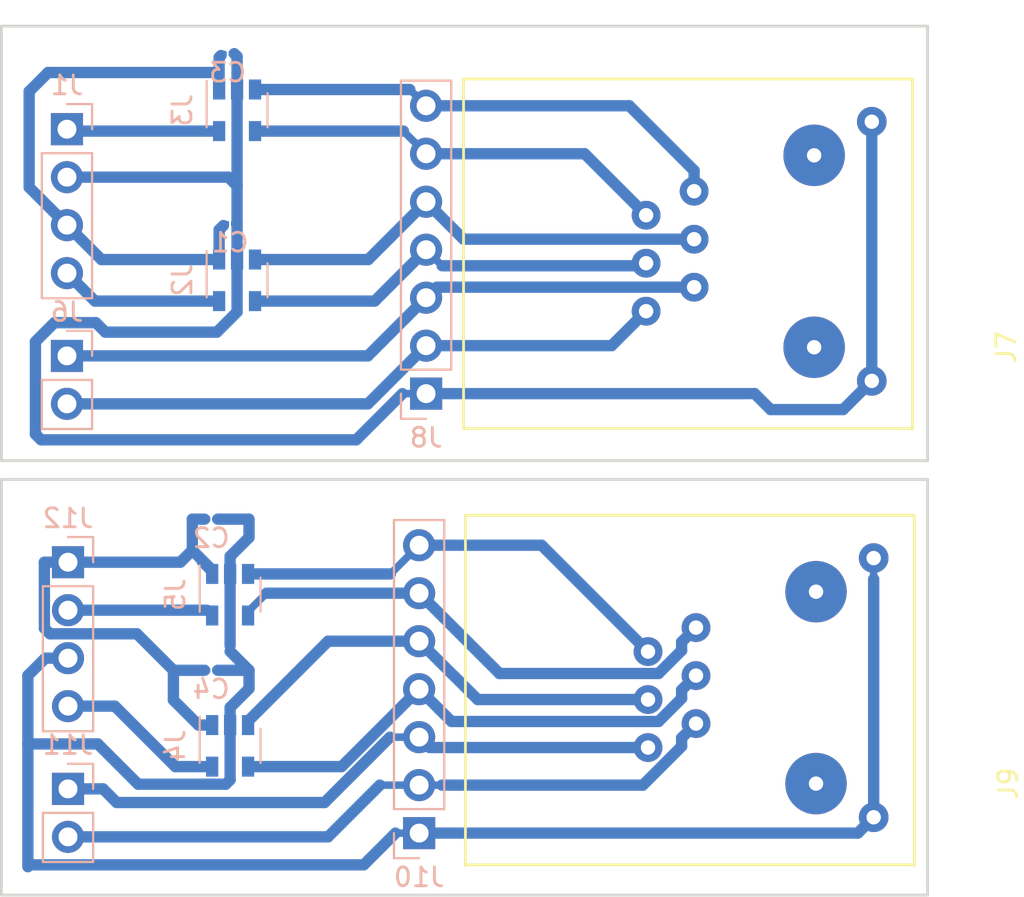
<source format=kicad_pcb>
(kicad_pcb (version 20171130) (host pcbnew 5.0.2-bee76a0~70~ubuntu18.04.1)

  (general
    (thickness 1.6)
    (drawings 9)
    (tracks 154)
    (zones 0)
    (modules 16)
    (nets 13)
  )

  (page A4)
  (layers
    (0 F.Cu signal)
    (31 B.Cu signal)
    (32 B.Adhes user)
    (33 F.Adhes user)
    (34 B.Paste user)
    (35 F.Paste user)
    (36 B.SilkS user)
    (37 F.SilkS user)
    (38 B.Mask user)
    (39 F.Mask user)
    (40 Dwgs.User user)
    (41 Cmts.User user)
    (42 Eco1.User user)
    (43 Eco2.User user)
    (44 Edge.Cuts user)
    (45 Margin user)
    (46 B.CrtYd user)
    (47 F.CrtYd user)
    (48 B.Fab user)
    (49 F.Fab user)
  )

  (setup
    (last_trace_width 0.4)
    (trace_clearance 0.2)
    (zone_clearance 0.508)
    (zone_45_only no)
    (trace_min 0.2)
    (segment_width 0.2)
    (edge_width 0.15)
    (via_size 0.8)
    (via_drill 0.4)
    (via_min_size 0.4)
    (via_min_drill 0.3)
    (uvia_size 0.3)
    (uvia_drill 0.1)
    (uvias_allowed no)
    (uvia_min_size 0.2)
    (uvia_min_drill 0.1)
    (pcb_text_width 0.3)
    (pcb_text_size 1.5 1.5)
    (mod_edge_width 0.15)
    (mod_text_size 1 1)
    (mod_text_width 0.15)
    (pad_size 1.57 1.57)
    (pad_drill 0.762)
    (pad_to_mask_clearance 0.051)
    (solder_mask_min_width 0.25)
    (aux_axis_origin 0 0)
    (visible_elements FFFFFF7F)
    (pcbplotparams
      (layerselection 0x01000_ffffffff)
      (usegerberextensions false)
      (usegerberattributes false)
      (usegerberadvancedattributes false)
      (creategerberjobfile false)
      (excludeedgelayer true)
      (linewidth 0.100000)
      (plotframeref false)
      (viasonmask false)
      (mode 1)
      (useauxorigin false)
      (hpglpennumber 1)
      (hpglpenspeed 20)
      (hpglpendiameter 15.000000)
      (psnegative false)
      (psa4output false)
      (plotreference true)
      (plotvalue true)
      (plotinvisibletext false)
      (padsonsilk false)
      (subtractmaskfromsilk false)
      (outputformat 1)
      (mirror false)
      (drillshape 0)
      (scaleselection 1)
      (outputdirectory "grb"))
  )

  (net 0 "")
  (net 1 GND)
  (net 2 +3V3)
  (net 3 RX_1)
  (net 4 TX_0)
  (net 5 RX_0)
  (net 6 TX_1)
  (net 7 Z0)
  (net 8 Y0)
  (net 9 Z1)
  (net 10 Y1)
  (net 11 IO_1)
  (net 12 IO_0)

  (net_class Default "This is the default net class."
    (clearance 0.2)
    (trace_width 0.4)
    (via_dia 0.8)
    (via_drill 0.4)
    (uvia_dia 0.3)
    (uvia_drill 0.1)
    (add_net +3V3)
    (add_net GND)
    (add_net IO_0)
    (add_net IO_1)
    (add_net RX_0)
    (add_net RX_1)
    (add_net TX_0)
    (add_net TX_1)
    (add_net Y0)
    (add_net Y1)
    (add_net Z0)
    (add_net Z1)
  )

  (module Package_TO_SOT_SMD:SOT-23-5 (layer B.Cu) (tedit 5A02FF57) (tstamp 5D66FDAB)
    (at 12.468124 4.456094 270)
    (descr "5-pin SOT23 package")
    (tags SOT-23-5)
    (path /5D5AB8A4)
    (attr smd)
    (fp_text reference J3 (at 0 2.9 270) (layer B.SilkS)
      (effects (font (size 1 1) (thickness 0.15)) (justify mirror))
    )
    (fp_text value LVDS_RECEIVER (at 0 -2.9 270) (layer B.Fab)
      (effects (font (size 1 1) (thickness 0.15)) (justify mirror))
    )
    (fp_line (start 0.9 1.55) (end 0.9 -1.55) (layer B.Fab) (width 0.1))
    (fp_line (start 0.9 -1.55) (end -0.9 -1.55) (layer B.Fab) (width 0.1))
    (fp_line (start -0.9 0.9) (end -0.9 -1.55) (layer B.Fab) (width 0.1))
    (fp_line (start 0.9 1.55) (end -0.25 1.55) (layer B.Fab) (width 0.1))
    (fp_line (start -0.9 0.9) (end -0.25 1.55) (layer B.Fab) (width 0.1))
    (fp_line (start -1.9 -1.8) (end -1.9 1.8) (layer B.CrtYd) (width 0.05))
    (fp_line (start 1.9 -1.8) (end -1.9 -1.8) (layer B.CrtYd) (width 0.05))
    (fp_line (start 1.9 1.8) (end 1.9 -1.8) (layer B.CrtYd) (width 0.05))
    (fp_line (start -1.9 1.8) (end 1.9 1.8) (layer B.CrtYd) (width 0.05))
    (fp_line (start 0.9 1.61) (end -1.55 1.61) (layer B.SilkS) (width 0.12))
    (fp_line (start -0.9 -1.61) (end 0.9 -1.61) (layer B.SilkS) (width 0.12))
    (fp_text user %R (at 0 0 180) (layer B.Fab)
      (effects (font (size 0.5 0.5) (thickness 0.075)) (justify mirror))
    )
    (pad 5 smd rect (at 1.1 0.95 270) (size 1.06 0.65) (layers B.Cu B.Paste B.Mask)
      (net 3 RX_1))
    (pad 4 smd rect (at 1.1 -0.95 270) (size 1.06 0.65) (layers B.Cu B.Paste B.Mask)
      (net 9 Z1))
    (pad 3 smd rect (at -1.1 -0.95 270) (size 1.06 0.65) (layers B.Cu B.Paste B.Mask)
      (net 10 Y1))
    (pad 2 smd rect (at -1.1 0 270) (size 1.06 0.65) (layers B.Cu B.Paste B.Mask)
      (net 1 GND))
    (pad 1 smd rect (at -1.1 0.95 270) (size 1.06 0.65) (layers B.Cu B.Paste B.Mask)
      (net 2 +3V3))
    (model ${KISYS3DMOD}/Package_TO_SOT_SMD.3dshapes/SOT-23-5.wrl
      (at (xyz 0 0 0))
      (scale (xyz 1 1 1))
      (rotate (xyz 0 0 0))
    )
  )

  (module Package_TO_SOT_SMD:SOT-23-5 (layer B.Cu) (tedit 5A02FF57) (tstamp 5D66FD96)
    (at 12.468124 13.456094 270)
    (descr "5-pin SOT23 package")
    (tags SOT-23-5)
    (path /5D5AB361)
    (attr smd)
    (fp_text reference J2 (at 0 2.9 270) (layer B.SilkS)
      (effects (font (size 1 1) (thickness 0.15)) (justify mirror))
    )
    (fp_text value LVDS_TRANSMITTER (at 0 -2.9 270) (layer B.Fab)
      (effects (font (size 1 1) (thickness 0.15)) (justify mirror))
    )
    (fp_text user %R (at 0 0 180) (layer B.Fab)
      (effects (font (size 0.5 0.5) (thickness 0.075)) (justify mirror))
    )
    (fp_line (start -0.9 -1.61) (end 0.9 -1.61) (layer B.SilkS) (width 0.12))
    (fp_line (start 0.9 1.61) (end -1.55 1.61) (layer B.SilkS) (width 0.12))
    (fp_line (start -1.9 1.8) (end 1.9 1.8) (layer B.CrtYd) (width 0.05))
    (fp_line (start 1.9 1.8) (end 1.9 -1.8) (layer B.CrtYd) (width 0.05))
    (fp_line (start 1.9 -1.8) (end -1.9 -1.8) (layer B.CrtYd) (width 0.05))
    (fp_line (start -1.9 -1.8) (end -1.9 1.8) (layer B.CrtYd) (width 0.05))
    (fp_line (start -0.9 0.9) (end -0.25 1.55) (layer B.Fab) (width 0.1))
    (fp_line (start 0.9 1.55) (end -0.25 1.55) (layer B.Fab) (width 0.1))
    (fp_line (start -0.9 0.9) (end -0.9 -1.55) (layer B.Fab) (width 0.1))
    (fp_line (start 0.9 -1.55) (end -0.9 -1.55) (layer B.Fab) (width 0.1))
    (fp_line (start 0.9 1.55) (end 0.9 -1.55) (layer B.Fab) (width 0.1))
    (pad 1 smd rect (at -1.1 0.95 270) (size 1.06 0.65) (layers B.Cu B.Paste B.Mask)
      (net 2 +3V3))
    (pad 2 smd rect (at -1.1 0 270) (size 1.06 0.65) (layers B.Cu B.Paste B.Mask)
      (net 1 GND))
    (pad 3 smd rect (at -1.1 -0.95 270) (size 1.06 0.65) (layers B.Cu B.Paste B.Mask)
      (net 7 Z0))
    (pad 4 smd rect (at 1.1 -0.95 270) (size 1.06 0.65) (layers B.Cu B.Paste B.Mask)
      (net 8 Y0))
    (pad 5 smd rect (at 1.1 0.95 270) (size 1.06 0.65) (layers B.Cu B.Paste B.Mask)
      (net 4 TX_0))
    (model ${KISYS3DMOD}/Package_TO_SOT_SMD.3dshapes/SOT-23-5.wrl
      (at (xyz 0 0 0))
      (scale (xyz 1 1 1))
      (rotate (xyz 0 0 0))
    )
  )

  (module Connector_PinHeader_2.54mm:PinHeader_1x04_P2.54mm_Vertical (layer B.Cu) (tedit 59FED5CC) (tstamp 5D66FD81)
    (at 3.468124 5.456094 180)
    (descr "Through hole straight pin header, 1x04, 2.54mm pitch, single row")
    (tags "Through hole pin header THT 1x04 2.54mm single row")
    (path /5D5ABB9B)
    (fp_text reference J1 (at 0 2.33 180) (layer B.SilkS)
      (effects (font (size 1 1) (thickness 0.15)) (justify mirror))
    )
    (fp_text value FPGA_0 (at 0 -9.95 180) (layer B.Fab)
      (effects (font (size 1 1) (thickness 0.15)) (justify mirror))
    )
    (fp_line (start -0.635 1.27) (end 1.27 1.27) (layer B.Fab) (width 0.1))
    (fp_line (start 1.27 1.27) (end 1.27 -8.89) (layer B.Fab) (width 0.1))
    (fp_line (start 1.27 -8.89) (end -1.27 -8.89) (layer B.Fab) (width 0.1))
    (fp_line (start -1.27 -8.89) (end -1.27 0.635) (layer B.Fab) (width 0.1))
    (fp_line (start -1.27 0.635) (end -0.635 1.27) (layer B.Fab) (width 0.1))
    (fp_line (start -1.33 -8.95) (end 1.33 -8.95) (layer B.SilkS) (width 0.12))
    (fp_line (start -1.33 -1.27) (end -1.33 -8.95) (layer B.SilkS) (width 0.12))
    (fp_line (start 1.33 -1.27) (end 1.33 -8.95) (layer B.SilkS) (width 0.12))
    (fp_line (start -1.33 -1.27) (end 1.33 -1.27) (layer B.SilkS) (width 0.12))
    (fp_line (start -1.33 0) (end -1.33 1.33) (layer B.SilkS) (width 0.12))
    (fp_line (start -1.33 1.33) (end 0 1.33) (layer B.SilkS) (width 0.12))
    (fp_line (start -1.8 1.8) (end -1.8 -9.4) (layer B.CrtYd) (width 0.05))
    (fp_line (start -1.8 -9.4) (end 1.8 -9.4) (layer B.CrtYd) (width 0.05))
    (fp_line (start 1.8 -9.4) (end 1.8 1.8) (layer B.CrtYd) (width 0.05))
    (fp_line (start 1.8 1.8) (end -1.8 1.8) (layer B.CrtYd) (width 0.05))
    (fp_text user %R (at 0 -3.81 90) (layer B.Fab)
      (effects (font (size 1 1) (thickness 0.15)) (justify mirror))
    )
    (pad 1 thru_hole rect (at 0 0 180) (size 1.7 1.7) (drill 1) (layers *.Cu *.Mask)
      (net 3 RX_1))
    (pad 2 thru_hole oval (at 0 -2.54 180) (size 1.7 1.7) (drill 1) (layers *.Cu *.Mask)
      (net 1 GND))
    (pad 3 thru_hole oval (at 0 -5.08 180) (size 1.7 1.7) (drill 1) (layers *.Cu *.Mask)
      (net 2 +3V3))
    (pad 4 thru_hole oval (at 0 -7.62 180) (size 1.7 1.7) (drill 1) (layers *.Cu *.Mask)
      (net 4 TX_0))
    (model ${KISYS3DMOD}/Connector_PinHeader_2.54mm.3dshapes/PinHeader_1x04_P2.54mm_Vertical.wrl
      (at (xyz 0 0 0))
      (scale (xyz 1 1 1))
      (rotate (xyz 0 0 0))
    )
  )

  (module Capacitor_SMD:C_01005_0402Metric (layer B.Cu) (tedit 5B301BBE) (tstamp 5D66FD58)
    (at 11.968124 1.456094)
    (descr "Capacitor SMD 01005 (0402 Metric), square (rectangular) end terminal, IPC_7351 nominal, (Body size source: http://www.vishay.com/docs/20056/crcw01005e3.pdf), generated with kicad-footprint-generator")
    (tags capacitor)
    (path /5D5ACA20)
    (attr smd)
    (fp_text reference C3 (at 0 1) (layer B.SilkS)
      (effects (font (size 1 1) (thickness 0.15)) (justify mirror))
    )
    (fp_text value 0.1u (at 0 -1) (layer B.Fab)
      (effects (font (size 1 1) (thickness 0.15)) (justify mirror))
    )
    (fp_line (start -0.2 -0.1) (end -0.2 0.1) (layer B.Fab) (width 0.1))
    (fp_line (start -0.2 0.1) (end 0.2 0.1) (layer B.Fab) (width 0.1))
    (fp_line (start 0.2 0.1) (end 0.2 -0.1) (layer B.Fab) (width 0.1))
    (fp_line (start 0.2 -0.1) (end -0.2 -0.1) (layer B.Fab) (width 0.1))
    (fp_line (start -0.6 -0.3) (end -0.6 0.3) (layer B.CrtYd) (width 0.05))
    (fp_line (start -0.6 0.3) (end 0.6 0.3) (layer B.CrtYd) (width 0.05))
    (fp_line (start 0.6 0.3) (end 0.6 -0.3) (layer B.CrtYd) (width 0.05))
    (fp_line (start 0.6 -0.3) (end -0.6 -0.3) (layer B.CrtYd) (width 0.05))
    (fp_text user %R (at 0 0.62) (layer B.Fab)
      (effects (font (size 0.25 0.25) (thickness 0.04)) (justify mirror))
    )
    (pad "" smd roundrect (at -0.275 0) (size 0.27 0.27) (layers B.Paste) (roundrect_rratio 0.25))
    (pad "" smd roundrect (at 0.275 0) (size 0.27 0.27) (layers B.Paste) (roundrect_rratio 0.25))
    (pad 1 smd roundrect (at -0.25 0) (size 0.4 0.3) (layers B.Cu B.Mask) (roundrect_rratio 0.25)
      (net 2 +3V3))
    (pad 2 smd roundrect (at 0.25 0) (size 0.4 0.3) (layers B.Cu B.Mask) (roundrect_rratio 0.25)
      (net 1 GND))
    (model ${KISYS3DMOD}/Capacitor_SMD.3dshapes/C_01005_0402Metric.wrl
      (at (xyz 0 0 0))
      (scale (xyz 1 1 1))
      (rotate (xyz 0 0 0))
    )
  )

  (module Capacitor_SMD:C_01005_0402Metric (layer B.Cu) (tedit 5B301BBE) (tstamp 5D66FD36)
    (at 12.093125 10.456094)
    (descr "Capacitor SMD 01005 (0402 Metric), square (rectangular) end terminal, IPC_7351 nominal, (Body size source: http://www.vishay.com/docs/20056/crcw01005e3.pdf), generated with kicad-footprint-generator")
    (tags capacitor)
    (path /5D5ACE11)
    (attr smd)
    (fp_text reference C1 (at 0 1) (layer B.SilkS)
      (effects (font (size 1 1) (thickness 0.15)) (justify mirror))
    )
    (fp_text value 0.1u (at 0 -1) (layer B.Fab)
      (effects (font (size 1 1) (thickness 0.15)) (justify mirror))
    )
    (fp_text user %R (at 0 0.62) (layer B.Fab)
      (effects (font (size 0.25 0.25) (thickness 0.04)) (justify mirror))
    )
    (fp_line (start 0.6 -0.3) (end -0.6 -0.3) (layer B.CrtYd) (width 0.05))
    (fp_line (start 0.6 0.3) (end 0.6 -0.3) (layer B.CrtYd) (width 0.05))
    (fp_line (start -0.6 0.3) (end 0.6 0.3) (layer B.CrtYd) (width 0.05))
    (fp_line (start -0.6 -0.3) (end -0.6 0.3) (layer B.CrtYd) (width 0.05))
    (fp_line (start 0.2 -0.1) (end -0.2 -0.1) (layer B.Fab) (width 0.1))
    (fp_line (start 0.2 0.1) (end 0.2 -0.1) (layer B.Fab) (width 0.1))
    (fp_line (start -0.2 0.1) (end 0.2 0.1) (layer B.Fab) (width 0.1))
    (fp_line (start -0.2 -0.1) (end -0.2 0.1) (layer B.Fab) (width 0.1))
    (pad 2 smd roundrect (at 0.25 0) (size 0.4 0.3) (layers B.Cu B.Mask) (roundrect_rratio 0.25)
      (net 1 GND))
    (pad 1 smd roundrect (at -0.25 0) (size 0.4 0.3) (layers B.Cu B.Mask) (roundrect_rratio 0.25)
      (net 2 +3V3))
    (pad "" smd roundrect (at 0.275 0) (size 0.27 0.27) (layers B.Paste) (roundrect_rratio 0.25))
    (pad "" smd roundrect (at -0.275 0) (size 0.27 0.27) (layers B.Paste) (roundrect_rratio 0.25))
    (model ${KISYS3DMOD}/Capacitor_SMD.3dshapes/C_01005_0402Metric.wrl
      (at (xyz 0 0 0))
      (scale (xyz 1 1 1))
      (rotate (xyz 0 0 0))
    )
  )

  (module Connector_PinHeader_2.54mm:PinHeader_1x02_P2.54mm_Vertical (layer B.Cu) (tedit 59FED5CC) (tstamp 5D6739F9)
    (at 3.468124 17.456094 180)
    (descr "Through hole straight pin header, 1x02, 2.54mm pitch, single row")
    (tags "Through hole pin header THT 1x02 2.54mm single row")
    (path /5D5B06B4)
    (fp_text reference J6 (at 0 2.33 180) (layer B.SilkS)
      (effects (font (size 1 1) (thickness 0.15)) (justify mirror))
    )
    (fp_text value CTL (at 0 -4.87 180) (layer B.Fab)
      (effects (font (size 1 1) (thickness 0.15)) (justify mirror))
    )
    (fp_line (start -0.635 1.27) (end 1.27 1.27) (layer B.Fab) (width 0.1))
    (fp_line (start 1.27 1.27) (end 1.27 -3.81) (layer B.Fab) (width 0.1))
    (fp_line (start 1.27 -3.81) (end -1.27 -3.81) (layer B.Fab) (width 0.1))
    (fp_line (start -1.27 -3.81) (end -1.27 0.635) (layer B.Fab) (width 0.1))
    (fp_line (start -1.27 0.635) (end -0.635 1.27) (layer B.Fab) (width 0.1))
    (fp_line (start -1.33 -3.87) (end 1.33 -3.87) (layer B.SilkS) (width 0.12))
    (fp_line (start -1.33 -1.27) (end -1.33 -3.87) (layer B.SilkS) (width 0.12))
    (fp_line (start 1.33 -1.27) (end 1.33 -3.87) (layer B.SilkS) (width 0.12))
    (fp_line (start -1.33 -1.27) (end 1.33 -1.27) (layer B.SilkS) (width 0.12))
    (fp_line (start -1.33 0) (end -1.33 1.33) (layer B.SilkS) (width 0.12))
    (fp_line (start -1.33 1.33) (end 0 1.33) (layer B.SilkS) (width 0.12))
    (fp_line (start -1.8 1.8) (end -1.8 -4.35) (layer B.CrtYd) (width 0.05))
    (fp_line (start -1.8 -4.35) (end 1.8 -4.35) (layer B.CrtYd) (width 0.05))
    (fp_line (start 1.8 -4.35) (end 1.8 1.8) (layer B.CrtYd) (width 0.05))
    (fp_line (start 1.8 1.8) (end -1.8 1.8) (layer B.CrtYd) (width 0.05))
    (fp_text user %R (at 0 -1.27 90) (layer B.Fab)
      (effects (font (size 1 1) (thickness 0.15)) (justify mirror))
    )
    (pad 1 thru_hole rect (at 0 0 180) (size 1.7 1.7) (drill 1) (layers *.Cu *.Mask)
      (net 11 IO_1))
    (pad 2 thru_hole oval (at 0 -2.54 180) (size 1.7 1.7) (drill 1) (layers *.Cu *.Mask)
      (net 12 IO_0))
    (model ${KISYS3DMOD}/Connector_PinHeader_2.54mm.3dshapes/PinHeader_1x02_P2.54mm_Vertical.wrl
      (at (xyz 0 0 0))
      (scale (xyz 1 1 1))
      (rotate (xyz 0 0 0))
    )
  )

  (module Connector_PinHeader_2.54mm:PinHeader_1x07_P2.54mm_Vertical (layer B.Cu) (tedit 59FED5CC) (tstamp 5D673A39)
    (at 22.468124 19.456094)
    (descr "Through hole straight pin header, 1x07, 2.54mm pitch, single row")
    (tags "Through hole pin header THT 1x07 2.54mm single row")
    (path /5D5B150D)
    (fp_text reference J8 (at 0 2.33) (layer B.SilkS)
      (effects (font (size 1 1) (thickness 0.15)) (justify mirror))
    )
    (fp_text value LOGIC_ANALYSER (at 0 -17.57) (layer B.Fab)
      (effects (font (size 1 1) (thickness 0.15)) (justify mirror))
    )
    (fp_line (start -0.635 1.27) (end 1.27 1.27) (layer B.Fab) (width 0.1))
    (fp_line (start 1.27 1.27) (end 1.27 -16.51) (layer B.Fab) (width 0.1))
    (fp_line (start 1.27 -16.51) (end -1.27 -16.51) (layer B.Fab) (width 0.1))
    (fp_line (start -1.27 -16.51) (end -1.27 0.635) (layer B.Fab) (width 0.1))
    (fp_line (start -1.27 0.635) (end -0.635 1.27) (layer B.Fab) (width 0.1))
    (fp_line (start -1.33 -16.57) (end 1.33 -16.57) (layer B.SilkS) (width 0.12))
    (fp_line (start -1.33 -1.27) (end -1.33 -16.57) (layer B.SilkS) (width 0.12))
    (fp_line (start 1.33 -1.27) (end 1.33 -16.57) (layer B.SilkS) (width 0.12))
    (fp_line (start -1.33 -1.27) (end 1.33 -1.27) (layer B.SilkS) (width 0.12))
    (fp_line (start -1.33 0) (end -1.33 1.33) (layer B.SilkS) (width 0.12))
    (fp_line (start -1.33 1.33) (end 0 1.33) (layer B.SilkS) (width 0.12))
    (fp_line (start -1.8 1.8) (end -1.8 -17.05) (layer B.CrtYd) (width 0.05))
    (fp_line (start -1.8 -17.05) (end 1.8 -17.05) (layer B.CrtYd) (width 0.05))
    (fp_line (start 1.8 -17.05) (end 1.8 1.8) (layer B.CrtYd) (width 0.05))
    (fp_line (start 1.8 1.8) (end -1.8 1.8) (layer B.CrtYd) (width 0.05))
    (fp_text user %R (at 0 -7.62 -90) (layer B.Fab)
      (effects (font (size 1 1) (thickness 0.15)) (justify mirror))
    )
    (pad 1 thru_hole rect (at 0 0) (size 1.7 1.7) (drill 1) (layers *.Cu *.Mask)
      (net 1 GND))
    (pad 2 thru_hole oval (at 0 -2.54) (size 1.7 1.7) (drill 1) (layers *.Cu *.Mask)
      (net 12 IO_0))
    (pad 3 thru_hole oval (at 0 -5.08) (size 1.7 1.7) (drill 1) (layers *.Cu *.Mask)
      (net 11 IO_1))
    (pad 4 thru_hole oval (at 0 -7.62) (size 1.7 1.7) (drill 1) (layers *.Cu *.Mask)
      (net 8 Y0))
    (pad 5 thru_hole oval (at 0 -10.16) (size 1.7 1.7) (drill 1) (layers *.Cu *.Mask)
      (net 7 Z0))
    (pad 6 thru_hole oval (at 0 -12.7) (size 1.7 1.7) (drill 1) (layers *.Cu *.Mask)
      (net 9 Z1))
    (pad 7 thru_hole oval (at 0 -15.24) (size 1.7 1.7) (drill 1) (layers *.Cu *.Mask)
      (net 10 Y1))
    (model ${KISYS3DMOD}/Connector_PinHeader_2.54mm.3dshapes/PinHeader_1x07_P2.54mm_Vertical.wrl
      (at (xyz 0 0 0))
      (scale (xyz 1 1 1))
      (rotate (xyz 0 0 0))
    )
  )

  (module custom_lib:RJ25-6p6c-5555154-1 (layer F.Cu) (tedit 5D5AEF1F) (tstamp 5D673A0E)
    (at 43 17 90)
    (path /5D5AD575)
    (fp_text reference J7 (at 0 10.16 90) (layer F.SilkS)
      (effects (font (size 1 1) (thickness 0.15)))
    )
    (fp_text value RJ25 (at 0 -11.43 90) (layer F.Fab)
      (effects (font (size 1 1) (thickness 0.15)))
    )
    (fp_line (start -4.35 5.2) (end 14.2 5.2) (layer F.SilkS) (width 0.15))
    (fp_line (start -4.3 5.2) (end -4.3 -18.5) (layer F.SilkS) (width 0.15))
    (fp_line (start 14.2 5.15) (end 14.2 -18.55) (layer F.SilkS) (width 0.15))
    (fp_line (start 14.2 -18.55) (end -4.35 -18.55) (layer F.SilkS) (width 0.15))
    (pad 1 thru_hole circle (at 1.91 -8.89 90) (size 1.524 1.524) (drill 0.762) (layers *.Cu *.Mask)
      (net 12 IO_0))
    (pad 2 thru_hole circle (at 3.18 -6.35 90) (size 1.524 1.524) (drill 0.762) (layers *.Cu *.Mask)
      (net 11 IO_1))
    (pad 3 thru_hole circle (at 4.45 -8.89 90) (size 1.524 1.524) (drill 0.762) (layers *.Cu *.Mask)
      (net 8 Y0))
    (pad 4 thru_hole circle (at 6.99 -8.89 90) (size 1.524 1.524) (drill 0.762) (layers *.Cu *.Mask)
      (net 9 Z1))
    (pad 5 thru_hole circle (at 5.72 -6.35 90) (size 1.524 1.524) (drill 0.762) (layers *.Cu *.Mask)
      (net 7 Z0))
    (pad 6 thru_hole circle (at 8.26 -6.35 90) (size 1.524 1.524) (drill 0.762) (layers *.Cu *.Mask)
      (net 10 Y1))
    (pad 7 thru_hole circle (at -1.78 3.05 90) (size 1.57 1.57) (drill 0.762) (layers *.Cu *.Mask)
      (net 1 GND))
    (pad 8 thru_hole circle (at 11.94 3.05 90) (size 1.57 1.57) (drill 0.762) (layers *.Cu *.Mask)
      (net 1 GND))
    (pad "" np_thru_hole circle (at 0 0 90) (size 3.25 3.25) (drill 0.762) (layers *.Cu *.Mask))
    (pad "" np_thru_hole circle (at 10.16 0 90) (size 3.25 3.25) (drill 0.762) (layers *.Cu *.Mask))
  )

  (module custom_lib:RJ25-6p6c-5555154-1 (layer F.Cu) (tedit 5D5AEF2B) (tstamp 5D70CFFC)
    (at 43.1 40.1 90)
    (path /5D5B03E3)
    (fp_text reference J9 (at 0 10.16 90) (layer F.SilkS)
      (effects (font (size 1 1) (thickness 0.15)))
    )
    (fp_text value RJ25 (at 0 -11.43 90) (layer F.Fab)
      (effects (font (size 1 1) (thickness 0.15)))
    )
    (fp_line (start 14.2 -18.55) (end -4.35 -18.55) (layer F.SilkS) (width 0.15))
    (fp_line (start 14.2 5.15) (end 14.2 -18.55) (layer F.SilkS) (width 0.15))
    (fp_line (start -4.3 5.2) (end -4.3 -18.5) (layer F.SilkS) (width 0.15))
    (fp_line (start -4.35 5.2) (end 14.2 5.2) (layer F.SilkS) (width 0.15))
    (pad "" np_thru_hole circle (at 10.16 0 90) (size 3.25 3.25) (drill 0.762) (layers *.Cu *.Mask))
    (pad "" np_thru_hole circle (at 0 0 90) (size 3.25 3.25) (drill 0.762) (layers *.Cu *.Mask))
    (pad 8 thru_hole circle (at 11.94 3.05 90) (size 1.57 1.57) (drill 0.762) (layers *.Cu *.Mask)
      (net 1 GND))
    (pad 7 thru_hole circle (at -1.78 3.05 90) (size 1.57 1.57) (drill 0.762) (layers *.Cu *.Mask)
      (net 1 GND))
    (pad 6 thru_hole circle (at 8.26 -6.35 90) (size 1.524 1.524) (drill 0.762) (layers *.Cu *.Mask)
      (net 10 Y1))
    (pad 5 thru_hole circle (at 5.72 -6.35 90) (size 1.524 1.524) (drill 0.762) (layers *.Cu *.Mask)
      (net 7 Z0))
    (pad 4 thru_hole circle (at 6.99 -8.89 90) (size 1.524 1.524) (drill 0.762) (layers *.Cu *.Mask)
      (net 9 Z1))
    (pad 3 thru_hole circle (at 4.45 -8.89 90) (size 1.524 1.524) (drill 0.762) (layers *.Cu *.Mask)
      (net 8 Y0))
    (pad 2 thru_hole circle (at 3.18 -6.35 90) (size 1.524 1.524) (drill 0.762) (layers *.Cu *.Mask)
      (net 11 IO_1))
    (pad 1 thru_hole circle (at 1.91 -8.89 90) (size 1.524 1.524) (drill 0.762) (layers *.Cu *.Mask)
      (net 12 IO_0))
  )

  (module Capacitor_SMD:C_01005_0402Metric (layer B.Cu) (tedit 5B301BBE) (tstamp 5D66FD47)
    (at 11.1 26.1)
    (descr "Capacitor SMD 01005 (0402 Metric), square (rectangular) end terminal, IPC_7351 nominal, (Body size source: http://www.vishay.com/docs/20056/crcw01005e3.pdf), generated with kicad-footprint-generator")
    (tags capacitor)
    (path /5D5ACE3A)
    (attr smd)
    (fp_text reference C2 (at 0 1) (layer B.SilkS)
      (effects (font (size 1 1) (thickness 0.15)) (justify mirror))
    )
    (fp_text value 0.1u (at 0 -1) (layer B.Fab)
      (effects (font (size 1 1) (thickness 0.15)) (justify mirror))
    )
    (fp_line (start -0.2 -0.1) (end -0.2 0.1) (layer B.Fab) (width 0.1))
    (fp_line (start -0.2 0.1) (end 0.2 0.1) (layer B.Fab) (width 0.1))
    (fp_line (start 0.2 0.1) (end 0.2 -0.1) (layer B.Fab) (width 0.1))
    (fp_line (start 0.2 -0.1) (end -0.2 -0.1) (layer B.Fab) (width 0.1))
    (fp_line (start -0.6 -0.3) (end -0.6 0.3) (layer B.CrtYd) (width 0.05))
    (fp_line (start -0.6 0.3) (end 0.6 0.3) (layer B.CrtYd) (width 0.05))
    (fp_line (start 0.6 0.3) (end 0.6 -0.3) (layer B.CrtYd) (width 0.05))
    (fp_line (start 0.6 -0.3) (end -0.6 -0.3) (layer B.CrtYd) (width 0.05))
    (fp_text user %R (at 0 0.62) (layer B.Fab)
      (effects (font (size 0.25 0.25) (thickness 0.04)) (justify mirror))
    )
    (pad "" smd roundrect (at -0.275 0) (size 0.27 0.27) (layers B.Paste) (roundrect_rratio 0.25))
    (pad "" smd roundrect (at 0.275 0) (size 0.27 0.27) (layers B.Paste) (roundrect_rratio 0.25))
    (pad 1 smd roundrect (at -0.25 0) (size 0.4 0.3) (layers B.Cu B.Mask) (roundrect_rratio 0.25)
      (net 2 +3V3))
    (pad 2 smd roundrect (at 0.25 0) (size 0.4 0.3) (layers B.Cu B.Mask) (roundrect_rratio 0.25)
      (net 1 GND))
    (model ${KISYS3DMOD}/Capacitor_SMD.3dshapes/C_01005_0402Metric.wrl
      (at (xyz 0 0 0))
      (scale (xyz 1 1 1))
      (rotate (xyz 0 0 0))
    )
  )

  (module Capacitor_SMD:C_01005_0402Metric (layer B.Cu) (tedit 5B301BBE) (tstamp 5D66FD69)
    (at 11.1 34.1)
    (descr "Capacitor SMD 01005 (0402 Metric), square (rectangular) end terminal, IPC_7351 nominal, (Body size source: http://www.vishay.com/docs/20056/crcw01005e3.pdf), generated with kicad-footprint-generator")
    (tags capacitor)
    (path /5D5ACE99)
    (attr smd)
    (fp_text reference C4 (at 0 1) (layer B.SilkS)
      (effects (font (size 1 1) (thickness 0.15)) (justify mirror))
    )
    (fp_text value 0.1u (at 0 -1) (layer B.Fab)
      (effects (font (size 1 1) (thickness 0.15)) (justify mirror))
    )
    (fp_text user %R (at 0 0.62) (layer B.Fab)
      (effects (font (size 0.25 0.25) (thickness 0.04)) (justify mirror))
    )
    (fp_line (start 0.6 -0.3) (end -0.6 -0.3) (layer B.CrtYd) (width 0.05))
    (fp_line (start 0.6 0.3) (end 0.6 -0.3) (layer B.CrtYd) (width 0.05))
    (fp_line (start -0.6 0.3) (end 0.6 0.3) (layer B.CrtYd) (width 0.05))
    (fp_line (start -0.6 -0.3) (end -0.6 0.3) (layer B.CrtYd) (width 0.05))
    (fp_line (start 0.2 -0.1) (end -0.2 -0.1) (layer B.Fab) (width 0.1))
    (fp_line (start 0.2 0.1) (end 0.2 -0.1) (layer B.Fab) (width 0.1))
    (fp_line (start -0.2 0.1) (end 0.2 0.1) (layer B.Fab) (width 0.1))
    (fp_line (start -0.2 -0.1) (end -0.2 0.1) (layer B.Fab) (width 0.1))
    (pad 2 smd roundrect (at 0.25 0) (size 0.4 0.3) (layers B.Cu B.Mask) (roundrect_rratio 0.25)
      (net 1 GND))
    (pad 1 smd roundrect (at -0.25 0) (size 0.4 0.3) (layers B.Cu B.Mask) (roundrect_rratio 0.25)
      (net 2 +3V3))
    (pad "" smd roundrect (at 0.275 0) (size 0.27 0.27) (layers B.Paste) (roundrect_rratio 0.25))
    (pad "" smd roundrect (at -0.275 0) (size 0.27 0.27) (layers B.Paste) (roundrect_rratio 0.25))
    (model ${KISYS3DMOD}/Capacitor_SMD.3dshapes/C_01005_0402Metric.wrl
      (at (xyz 0 0 0))
      (scale (xyz 1 1 1))
      (rotate (xyz 0 0 0))
    )
  )

  (module Package_TO_SOT_SMD:SOT-23-5 (layer B.Cu) (tedit 5A02FF57) (tstamp 5D66FDC0)
    (at 12.1 38.1 270)
    (descr "5-pin SOT23 package")
    (tags SOT-23-5)
    (path /5D5AB3BD)
    (attr smd)
    (fp_text reference J4 (at 0 2.9 270) (layer B.SilkS)
      (effects (font (size 1 1) (thickness 0.15)) (justify mirror))
    )
    (fp_text value LVDS_RECEIVER (at 0 -2.9 270) (layer B.Fab)
      (effects (font (size 1 1) (thickness 0.15)) (justify mirror))
    )
    (fp_line (start 0.9 1.55) (end 0.9 -1.55) (layer B.Fab) (width 0.1))
    (fp_line (start 0.9 -1.55) (end -0.9 -1.55) (layer B.Fab) (width 0.1))
    (fp_line (start -0.9 0.9) (end -0.9 -1.55) (layer B.Fab) (width 0.1))
    (fp_line (start 0.9 1.55) (end -0.25 1.55) (layer B.Fab) (width 0.1))
    (fp_line (start -0.9 0.9) (end -0.25 1.55) (layer B.Fab) (width 0.1))
    (fp_line (start -1.9 -1.8) (end -1.9 1.8) (layer B.CrtYd) (width 0.05))
    (fp_line (start 1.9 -1.8) (end -1.9 -1.8) (layer B.CrtYd) (width 0.05))
    (fp_line (start 1.9 1.8) (end 1.9 -1.8) (layer B.CrtYd) (width 0.05))
    (fp_line (start -1.9 1.8) (end 1.9 1.8) (layer B.CrtYd) (width 0.05))
    (fp_line (start 0.9 1.61) (end -1.55 1.61) (layer B.SilkS) (width 0.12))
    (fp_line (start -0.9 -1.61) (end 0.9 -1.61) (layer B.SilkS) (width 0.12))
    (fp_text user %R (at 0 0 180) (layer B.Fab)
      (effects (font (size 0.5 0.5) (thickness 0.075)) (justify mirror))
    )
    (pad 5 smd rect (at 1.1 0.95 270) (size 1.06 0.65) (layers B.Cu B.Paste B.Mask)
      (net 5 RX_0))
    (pad 4 smd rect (at 1.1 -0.95 270) (size 1.06 0.65) (layers B.Cu B.Paste B.Mask)
      (net 7 Z0))
    (pad 3 smd rect (at -1.1 -0.95 270) (size 1.06 0.65) (layers B.Cu B.Paste B.Mask)
      (net 8 Y0))
    (pad 2 smd rect (at -1.1 0 270) (size 1.06 0.65) (layers B.Cu B.Paste B.Mask)
      (net 1 GND))
    (pad 1 smd rect (at -1.1 0.95 270) (size 1.06 0.65) (layers B.Cu B.Paste B.Mask)
      (net 2 +3V3))
    (model ${KISYS3DMOD}/Package_TO_SOT_SMD.3dshapes/SOT-23-5.wrl
      (at (xyz 0 0 0))
      (scale (xyz 1 1 1))
      (rotate (xyz 0 0 0))
    )
  )

  (module Package_TO_SOT_SMD:SOT-23-5 (layer B.Cu) (tedit 5A02FF57) (tstamp 5D66FDD5)
    (at 12.1 30.1 270)
    (descr "5-pin SOT23 package")
    (tags SOT-23-5)
    (path /5D5AB89E)
    (attr smd)
    (fp_text reference J5 (at 0 2.9 270) (layer B.SilkS)
      (effects (font (size 1 1) (thickness 0.15)) (justify mirror))
    )
    (fp_text value LVDS_TRANSMITTER (at 0 -2.9 270) (layer B.Fab)
      (effects (font (size 1 1) (thickness 0.15)) (justify mirror))
    )
    (fp_text user %R (at 0 0 180) (layer B.Fab)
      (effects (font (size 0.5 0.5) (thickness 0.075)) (justify mirror))
    )
    (fp_line (start -0.9 -1.61) (end 0.9 -1.61) (layer B.SilkS) (width 0.12))
    (fp_line (start 0.9 1.61) (end -1.55 1.61) (layer B.SilkS) (width 0.12))
    (fp_line (start -1.9 1.8) (end 1.9 1.8) (layer B.CrtYd) (width 0.05))
    (fp_line (start 1.9 1.8) (end 1.9 -1.8) (layer B.CrtYd) (width 0.05))
    (fp_line (start 1.9 -1.8) (end -1.9 -1.8) (layer B.CrtYd) (width 0.05))
    (fp_line (start -1.9 -1.8) (end -1.9 1.8) (layer B.CrtYd) (width 0.05))
    (fp_line (start -0.9 0.9) (end -0.25 1.55) (layer B.Fab) (width 0.1))
    (fp_line (start 0.9 1.55) (end -0.25 1.55) (layer B.Fab) (width 0.1))
    (fp_line (start -0.9 0.9) (end -0.9 -1.55) (layer B.Fab) (width 0.1))
    (fp_line (start 0.9 -1.55) (end -0.9 -1.55) (layer B.Fab) (width 0.1))
    (fp_line (start 0.9 1.55) (end 0.9 -1.55) (layer B.Fab) (width 0.1))
    (pad 1 smd rect (at -1.1 0.95 270) (size 1.06 0.65) (layers B.Cu B.Paste B.Mask)
      (net 2 +3V3))
    (pad 2 smd rect (at -1.1 0 270) (size 1.06 0.65) (layers B.Cu B.Paste B.Mask)
      (net 1 GND))
    (pad 3 smd rect (at -1.1 -0.95 270) (size 1.06 0.65) (layers B.Cu B.Paste B.Mask)
      (net 9 Z1))
    (pad 4 smd rect (at 1.1 -0.95 270) (size 1.06 0.65) (layers B.Cu B.Paste B.Mask)
      (net 10 Y1))
    (pad 5 smd rect (at 1.1 0.95 270) (size 1.06 0.65) (layers B.Cu B.Paste B.Mask)
      (net 6 TX_1))
    (model ${KISYS3DMOD}/Package_TO_SOT_SMD.3dshapes/SOT-23-5.wrl
      (at (xyz 0 0 0))
      (scale (xyz 1 1 1))
      (rotate (xyz 0 0 0))
    )
  )

  (module Connector_PinHeader_2.54mm:PinHeader_1x07_P2.54mm_Vertical (layer B.Cu) (tedit 59FED5CC) (tstamp 5D673A66)
    (at 22.1 42.72)
    (descr "Through hole straight pin header, 1x07, 2.54mm pitch, single row")
    (tags "Through hole pin header THT 1x07 2.54mm single row")
    (path /5D5B1C62)
    (fp_text reference J10 (at 0 2.33) (layer B.SilkS)
      (effects (font (size 1 1) (thickness 0.15)) (justify mirror))
    )
    (fp_text value LOGIC_ANALYSER (at 0 -17.57) (layer B.Fab)
      (effects (font (size 1 1) (thickness 0.15)) (justify mirror))
    )
    (fp_text user %R (at 0 -7.62 -90) (layer B.Fab)
      (effects (font (size 1 1) (thickness 0.15)) (justify mirror))
    )
    (fp_line (start 1.8 1.8) (end -1.8 1.8) (layer B.CrtYd) (width 0.05))
    (fp_line (start 1.8 -17.05) (end 1.8 1.8) (layer B.CrtYd) (width 0.05))
    (fp_line (start -1.8 -17.05) (end 1.8 -17.05) (layer B.CrtYd) (width 0.05))
    (fp_line (start -1.8 1.8) (end -1.8 -17.05) (layer B.CrtYd) (width 0.05))
    (fp_line (start -1.33 1.33) (end 0 1.33) (layer B.SilkS) (width 0.12))
    (fp_line (start -1.33 0) (end -1.33 1.33) (layer B.SilkS) (width 0.12))
    (fp_line (start -1.33 -1.27) (end 1.33 -1.27) (layer B.SilkS) (width 0.12))
    (fp_line (start 1.33 -1.27) (end 1.33 -16.57) (layer B.SilkS) (width 0.12))
    (fp_line (start -1.33 -1.27) (end -1.33 -16.57) (layer B.SilkS) (width 0.12))
    (fp_line (start -1.33 -16.57) (end 1.33 -16.57) (layer B.SilkS) (width 0.12))
    (fp_line (start -1.27 0.635) (end -0.635 1.27) (layer B.Fab) (width 0.1))
    (fp_line (start -1.27 -16.51) (end -1.27 0.635) (layer B.Fab) (width 0.1))
    (fp_line (start 1.27 -16.51) (end -1.27 -16.51) (layer B.Fab) (width 0.1))
    (fp_line (start 1.27 1.27) (end 1.27 -16.51) (layer B.Fab) (width 0.1))
    (fp_line (start -0.635 1.27) (end 1.27 1.27) (layer B.Fab) (width 0.1))
    (pad 7 thru_hole oval (at 0 -15.24) (size 1.7 1.7) (drill 1) (layers *.Cu *.Mask)
      (net 9 Z1))
    (pad 6 thru_hole oval (at 0 -12.7) (size 1.7 1.7) (drill 1) (layers *.Cu *.Mask)
      (net 10 Y1))
    (pad 5 thru_hole oval (at 0 -10.16) (size 1.7 1.7) (drill 1) (layers *.Cu *.Mask)
      (net 8 Y0))
    (pad 4 thru_hole oval (at 0 -7.62) (size 1.7 1.7) (drill 1) (layers *.Cu *.Mask)
      (net 7 Z0))
    (pad 3 thru_hole oval (at 0 -5.08) (size 1.7 1.7) (drill 1) (layers *.Cu *.Mask)
      (net 12 IO_0))
    (pad 2 thru_hole oval (at 0 -2.54) (size 1.7 1.7) (drill 1) (layers *.Cu *.Mask)
      (net 11 IO_1))
    (pad 1 thru_hole rect (at 0 0) (size 1.7 1.7) (drill 1) (layers *.Cu *.Mask)
      (net 1 GND))
    (model ${KISYS3DMOD}/Connector_PinHeader_2.54mm.3dshapes/PinHeader_1x07_P2.54mm_Vertical.wrl
      (at (xyz 0 0 0))
      (scale (xyz 1 1 1))
      (rotate (xyz 0 0 0))
    )
  )

  (module Connector_PinHeader_2.54mm:PinHeader_1x02_P2.54mm_Vertical (layer B.Cu) (tedit 59FED5CC) (tstamp 5D673A7C)
    (at 3.523066 40.378729 180)
    (descr "Through hole straight pin header, 1x02, 2.54mm pitch, single row")
    (tags "Through hole pin header THT 1x02 2.54mm single row")
    (path /5D5B0822)
    (fp_text reference J11 (at 0 2.33 180) (layer B.SilkS)
      (effects (font (size 1 1) (thickness 0.15)) (justify mirror))
    )
    (fp_text value CTL (at 0 -4.87 180) (layer B.Fab)
      (effects (font (size 1 1) (thickness 0.15)) (justify mirror))
    )
    (fp_text user %R (at 0 -1.27 90) (layer B.Fab)
      (effects (font (size 1 1) (thickness 0.15)) (justify mirror))
    )
    (fp_line (start 1.8 1.8) (end -1.8 1.8) (layer B.CrtYd) (width 0.05))
    (fp_line (start 1.8 -4.35) (end 1.8 1.8) (layer B.CrtYd) (width 0.05))
    (fp_line (start -1.8 -4.35) (end 1.8 -4.35) (layer B.CrtYd) (width 0.05))
    (fp_line (start -1.8 1.8) (end -1.8 -4.35) (layer B.CrtYd) (width 0.05))
    (fp_line (start -1.33 1.33) (end 0 1.33) (layer B.SilkS) (width 0.12))
    (fp_line (start -1.33 0) (end -1.33 1.33) (layer B.SilkS) (width 0.12))
    (fp_line (start -1.33 -1.27) (end 1.33 -1.27) (layer B.SilkS) (width 0.12))
    (fp_line (start 1.33 -1.27) (end 1.33 -3.87) (layer B.SilkS) (width 0.12))
    (fp_line (start -1.33 -1.27) (end -1.33 -3.87) (layer B.SilkS) (width 0.12))
    (fp_line (start -1.33 -3.87) (end 1.33 -3.87) (layer B.SilkS) (width 0.12))
    (fp_line (start -1.27 0.635) (end -0.635 1.27) (layer B.Fab) (width 0.1))
    (fp_line (start -1.27 -3.81) (end -1.27 0.635) (layer B.Fab) (width 0.1))
    (fp_line (start 1.27 -3.81) (end -1.27 -3.81) (layer B.Fab) (width 0.1))
    (fp_line (start 1.27 1.27) (end 1.27 -3.81) (layer B.Fab) (width 0.1))
    (fp_line (start -0.635 1.27) (end 1.27 1.27) (layer B.Fab) (width 0.1))
    (pad 2 thru_hole oval (at 0 -2.54 180) (size 1.7 1.7) (drill 1) (layers *.Cu *.Mask)
      (net 11 IO_1))
    (pad 1 thru_hole rect (at 0 0 180) (size 1.7 1.7) (drill 1) (layers *.Cu *.Mask)
      (net 12 IO_0))
    (model ${KISYS3DMOD}/Connector_PinHeader_2.54mm.3dshapes/PinHeader_1x02_P2.54mm_Vertical.wrl
      (at (xyz 0 0 0))
      (scale (xyz 1 1 1))
      (rotate (xyz 0 0 0))
    )
  )

  (module Connector_PinHeader_2.54mm:PinHeader_1x04_P2.54mm_Vertical (layer B.Cu) (tedit 59FED5CC) (tstamp 5D673A94)
    (at 3.523066 28.378729 180)
    (descr "Through hole straight pin header, 1x04, 2.54mm pitch, single row")
    (tags "Through hole pin header THT 1x04 2.54mm single row")
    (path /5D5AFA05)
    (fp_text reference J12 (at 0 2.33 180) (layer B.SilkS)
      (effects (font (size 1 1) (thickness 0.15)) (justify mirror))
    )
    (fp_text value FPGA_0 (at 0 -9.95 180) (layer B.Fab)
      (effects (font (size 1 1) (thickness 0.15)) (justify mirror))
    )
    (fp_line (start -0.635 1.27) (end 1.27 1.27) (layer B.Fab) (width 0.1))
    (fp_line (start 1.27 1.27) (end 1.27 -8.89) (layer B.Fab) (width 0.1))
    (fp_line (start 1.27 -8.89) (end -1.27 -8.89) (layer B.Fab) (width 0.1))
    (fp_line (start -1.27 -8.89) (end -1.27 0.635) (layer B.Fab) (width 0.1))
    (fp_line (start -1.27 0.635) (end -0.635 1.27) (layer B.Fab) (width 0.1))
    (fp_line (start -1.33 -8.95) (end 1.33 -8.95) (layer B.SilkS) (width 0.12))
    (fp_line (start -1.33 -1.27) (end -1.33 -8.95) (layer B.SilkS) (width 0.12))
    (fp_line (start 1.33 -1.27) (end 1.33 -8.95) (layer B.SilkS) (width 0.12))
    (fp_line (start -1.33 -1.27) (end 1.33 -1.27) (layer B.SilkS) (width 0.12))
    (fp_line (start -1.33 0) (end -1.33 1.33) (layer B.SilkS) (width 0.12))
    (fp_line (start -1.33 1.33) (end 0 1.33) (layer B.SilkS) (width 0.12))
    (fp_line (start -1.8 1.8) (end -1.8 -9.4) (layer B.CrtYd) (width 0.05))
    (fp_line (start -1.8 -9.4) (end 1.8 -9.4) (layer B.CrtYd) (width 0.05))
    (fp_line (start 1.8 -9.4) (end 1.8 1.8) (layer B.CrtYd) (width 0.05))
    (fp_line (start 1.8 1.8) (end -1.8 1.8) (layer B.CrtYd) (width 0.05))
    (fp_text user %R (at 0 -3.81 90) (layer B.Fab)
      (effects (font (size 1 1) (thickness 0.15)) (justify mirror))
    )
    (pad 1 thru_hole rect (at 0 0 180) (size 1.7 1.7) (drill 1) (layers *.Cu *.Mask)
      (net 2 +3V3))
    (pad 2 thru_hole oval (at 0 -2.54 180) (size 1.7 1.7) (drill 1) (layers *.Cu *.Mask)
      (net 6 TX_1))
    (pad 3 thru_hole oval (at 0 -5.08 180) (size 1.7 1.7) (drill 1) (layers *.Cu *.Mask)
      (net 1 GND))
    (pad 4 thru_hole oval (at 0 -7.62 180) (size 1.7 1.7) (drill 1) (layers *.Cu *.Mask)
      (net 5 RX_0))
    (model ${KISYS3DMOD}/Connector_PinHeader_2.54mm.3dshapes/PinHeader_1x04_P2.54mm_Vertical.wrl
      (at (xyz 0 0 0))
      (scale (xyz 1 1 1))
      (rotate (xyz 0 0 0))
    )
  )

  (gr_line (start 49 0) (end 49 23) (layer Edge.Cuts) (width 0.15))
  (gr_line (start 0 23) (end 0 0) (layer Edge.Cuts) (width 0.15))
  (gr_line (start 0 23) (end 49 23) (layer Edge.Cuts) (width 0.15))
  (gr_line (start 0 0) (end 49 0) (layer Edge.Cuts) (width 0.15))
  (gr_line (start 0 46) (end 0 24) (layer Edge.Cuts) (width 0.15))
  (gr_line (start 49 46) (end 0 46) (layer Edge.Cuts) (width 0.15))
  (gr_line (start 49 45) (end 49 46) (layer Edge.Cuts) (width 0.15))
  (gr_line (start 49 24) (end 49 45) (layer Edge.Cuts) (width 0.15))
  (gr_line (start 49 24) (end 0 24) (layer Edge.Cuts) (width 0.15))

  (segment (start 12.1 28.07) (end 13.1 27.07) (width 0.6) (layer B.Cu) (net 1))
  (segment (start 12.1 29) (end 12.1 28.07) (width 0.6) (layer B.Cu) (net 1))
  (segment (start 13.1 27.07) (end 13.1 26.1) (width 0.6) (layer B.Cu) (net 1))
  (segment (start 13.1 26.1) (end 11.45001 26.1) (width 0.6) (layer B.Cu) (net 1))
  (segment (start 12.1 36.07) (end 13.1 35.07) (width 0.6) (layer B.Cu) (net 1))
  (segment (start 12.1 37) (end 12.1 36.07) (width 0.6) (layer B.Cu) (net 1))
  (segment (start 13.1 35.07) (end 13.1 34.1) (width 0.6) (layer B.Cu) (net 1))
  (segment (start 13.1 34.1) (end 11.45001 34.1) (width 0.6) (layer B.Cu) (net 1))
  (segment (start 13.1 34.1) (end 12.1 33.1) (width 0.6) (layer B.Cu) (net 1))
  (segment (start 12.1 33.1) (end 12.1 32.8) (width 0.4) (layer B.Cu) (net 1))
  (segment (start 12.1 32.8) (end 12.1 29) (width 0.6) (layer B.Cu) (net 1))
  (segment (start 2.320985 33.458729) (end 1.4 34.379714) (width 0.6) (layer B.Cu) (net 1))
  (segment (start 3.523066 33.458729) (end 2.320985 33.458729) (width 0.6) (layer B.Cu) (net 1))
  (segment (start 1.4 44.5) (end 1.5 44.4) (width 0.4) (layer B.Cu) (net 1))
  (segment (start 20.85 42.72) (end 22.1 42.72) (width 0.4) (layer B.Cu) (net 1))
  (segment (start 19.17 44.4) (end 20.85 42.72) (width 0.6) (layer B.Cu) (net 1))
  (segment (start 1.5 44.4) (end 19.17 44.4) (width 0.6) (layer B.Cu) (net 1))
  (segment (start 46.15 29.270157) (end 46.15 41.88) (width 0.6) (layer B.Cu) (net 1))
  (segment (start 46.15 28.16) (end 46.15 29.270157) (width 0.4) (layer B.Cu) (net 1))
  (segment (start 45.31 42.72) (end 22.1 42.72) (width 0.6) (layer B.Cu) (net 1))
  (segment (start 46.15 41.88) (end 45.31 42.72) (width 0.6) (layer B.Cu) (net 1))
  (segment (start 12.1 37) (end 12.1 39.9) (width 0.6) (layer B.Cu) (net 1))
  (segment (start 11.869999 40.130001) (end 7.230001 40.130001) (width 0.6) (layer B.Cu) (net 1))
  (segment (start 12.1 39.9) (end 11.869999 40.130001) (width 0.6) (layer B.Cu) (net 1))
  (segment (start 7.230001 40.130001) (end 5.1 38) (width 0.6) (layer B.Cu) (net 1))
  (segment (start 5.1 38) (end 1.4 38) (width 0.6) (layer B.Cu) (net 1))
  (segment (start 1.4 34.379714) (end 1.4 38) (width 0.6) (layer B.Cu) (net 1))
  (segment (start 1.4 38) (end 1.4 44.5) (width 0.6) (layer B.Cu) (net 1))
  (segment (start 5 15.7) (end 2.804216 15.7) (width 0.6) (layer B.Cu) (net 1))
  (segment (start 11.4 16.2) (end 5.5 16.2) (width 0.6) (layer B.Cu) (net 1))
  (segment (start 39.856094 19.456094) (end 22.468124 19.456094) (width 0.6) (layer B.Cu) (net 1))
  (segment (start 21.218124 19.456094) (end 22.468124 19.456094) (width 0.4) (layer B.Cu) (net 1))
  (segment (start 40.7 20.3) (end 39.856094 19.456094) (width 0.6) (layer B.Cu) (net 1))
  (segment (start 12.468124 15.131876) (end 11.4 16.2) (width 0.6) (layer B.Cu) (net 1))
  (segment (start 1.8 21.6) (end 2.1 21.9) (width 0.6) (layer B.Cu) (net 1))
  (segment (start 46.05 5.06) (end 46.05 18.78) (width 0.6) (layer B.Cu) (net 1))
  (segment (start 12.468124 1.606084) (end 12.318134 1.456094) (width 0.6) (layer B.Cu) (net 1))
  (segment (start 18.774218 21.9) (end 21.218124 19.456094) (width 0.6) (layer B.Cu) (net 1))
  (segment (start 5.5 16.2) (end 5 15.7) (width 0.6) (layer B.Cu) (net 1))
  (segment (start 44.53 20.3) (end 40.7 20.3) (width 0.6) (layer B.Cu) (net 1))
  (segment (start 2.804216 15.7) (end 1.8 16.704216) (width 0.6) (layer B.Cu) (net 1))
  (segment (start 12.468124 3.356094) (end 12.468124 1.606084) (width 0.6) (layer B.Cu) (net 1))
  (segment (start 12.468124 10.456094) (end 12.468124 8.456094) (width 0.6) (layer B.Cu) (net 1))
  (segment (start 12.008124 7.996094) (end 12.468124 8.456094) (width 0.6) (layer B.Cu) (net 1))
  (segment (start 12.468124 8.456094) (end 12.468124 3.356094) (width 0.6) (layer B.Cu) (net 1))
  (segment (start 3.468124 7.996094) (end 12.008124 7.996094) (width 0.6) (layer B.Cu) (net 1))
  (segment (start 2.1 21.9) (end 18.774218 21.9) (width 0.6) (layer B.Cu) (net 1))
  (segment (start 12.468124 12.356094) (end 12.468124 10.456094) (width 0.6) (layer B.Cu) (net 1))
  (segment (start 12.468124 12.356094) (end 12.468124 15.131876) (width 0.6) (layer B.Cu) (net 1))
  (segment (start 1.8 16.704216) (end 1.8 21.6) (width 0.6) (layer B.Cu) (net 1))
  (segment (start 46.05 18.78) (end 44.53 20.3) (width 0.6) (layer B.Cu) (net 1))
  (segment (start 10.528729 28.378729) (end 11.15 29) (width 0.4) (layer B.Cu) (net 2))
  (segment (start 11.15 28.795) (end 10.1 27.745) (width 0.6) (layer B.Cu) (net 2))
  (segment (start 11.15 29) (end 11.15 28.795) (width 0.4) (layer B.Cu) (net 2))
  (segment (start 10.1 27.745) (end 10.1 26.1) (width 0.6) (layer B.Cu) (net 2))
  (segment (start 10.1 26.1) (end 10.74999 26.1) (width 0.6) (layer B.Cu) (net 2))
  (segment (start 10.425 37) (end 9.1 35.675) (width 0.6) (layer B.Cu) (net 2))
  (segment (start 11.15 37) (end 10.425 37) (width 0.6) (layer B.Cu) (net 2))
  (segment (start 9.1 35.675) (end 9.1 34.1) (width 0.6) (layer B.Cu) (net 2))
  (segment (start 9.1 34.1) (end 10.74999 34.1) (width 0.6) (layer B.Cu) (net 2))
  (segment (start 9.466271 28.378729) (end 3.523066 28.378729) (width 0.6) (layer B.Cu) (net 2))
  (segment (start 10.1 27.745) (end 9.466271 28.378729) (width 0.6) (layer B.Cu) (net 2))
  (segment (start 7.16873 32.16873) (end 2.56873 32.16873) (width 0.6) (layer B.Cu) (net 2))
  (segment (start 9.1 34.1) (end 7.16873 32.16873) (width 0.6) (layer B.Cu) (net 2))
  (segment (start 2.273066 28.378729) (end 3.523066 28.378729) (width 0.6) (layer B.Cu) (net 2))
  (segment (start 2.273065 31.873065) (end 2.273066 28.378729) (width 0.6) (layer B.Cu) (net 2))
  (segment (start 2.56873 32.16873) (end 2.273065 31.873065) (width 0.6) (layer B.Cu) (net 2))
  (segment (start 2.468124 2.456094) (end 11.468124 2.456094) (width 0.6) (layer B.Cu) (net 2))
  (segment (start 1.468124 3.456094) (end 2.468124 2.456094) (width 0.6) (layer B.Cu) (net 2))
  (segment (start 11.518124 12.356094) (end 5.288124 12.356094) (width 0.6) (layer B.Cu) (net 2))
  (segment (start 11.518124 10.781095) (end 11.743115 10.556104) (width 0.6) (layer B.Cu) (net 2))
  (segment (start 11.518124 3.356094) (end 11.518124 1.656094) (width 0.6) (layer B.Cu) (net 2))
  (segment (start 3.468124 10.536094) (end 1.468124 8.536094) (width 0.6) (layer B.Cu) (net 2))
  (segment (start 11.518124 12.356094) (end 11.518124 10.781095) (width 0.6) (layer B.Cu) (net 2))
  (segment (start 11.518124 1.656094) (end 11.618114 1.556104) (width 0.6) (layer B.Cu) (net 2))
  (segment (start 1.468124 8.536094) (end 1.468124 3.456094) (width 0.6) (layer B.Cu) (net 2))
  (segment (start 5.288124 12.356094) (end 3.468124 10.536094) (width 0.6) (layer B.Cu) (net 2))
  (segment (start 11.518124 5.556094) (end 3.568124 5.556094) (width 0.6) (layer B.Cu) (net 3))
  (segment (start 3.568124 5.556094) (end 3.468124 5.456094) (width 0.4) (layer B.Cu) (net 3))
  (segment (start 4.948124 14.556094) (end 3.468124 13.076094) (width 0.6) (layer B.Cu) (net 4))
  (segment (start 11.518124 14.556094) (end 4.948124 14.556094) (width 0.6) (layer B.Cu) (net 4))
  (segment (start 3.523066 35.998729) (end 5.998729 35.998729) (width 0.6) (layer B.Cu) (net 5))
  (segment (start 9.2 39.2) (end 11.15 39.2) (width 0.6) (layer B.Cu) (net 5))
  (segment (start 5.998729 35.998729) (end 9.2 39.2) (width 0.6) (layer B.Cu) (net 5))
  (segment (start 10.868729 30.918729) (end 11.15 31.2) (width 0.4) (layer B.Cu) (net 6))
  (segment (start 3.523066 30.918729) (end 10.868729 30.918729) (width 0.6) (layer B.Cu) (net 6))
  (segment (start 34.767761 36.812001) (end 35.988001 35.591761) (width 0.6) (layer B.Cu) (net 7))
  (segment (start 35.988001 35.591761) (end 35.988001 35.141999) (width 0.6) (layer B.Cu) (net 7))
  (segment (start 23.812001 36.812001) (end 34.767761 36.812001) (width 0.6) (layer B.Cu) (net 7))
  (segment (start 35.988001 35.141999) (end 36.75 34.38) (width 0.6) (layer B.Cu) (net 7))
  (segment (start 22.1 35.1) (end 23.812001 36.812001) (width 0.6) (layer B.Cu) (net 7))
  (segment (start 13.05 39.2) (end 18 39.2) (width 0.6) (layer B.Cu) (net 7))
  (segment (start 18 39.2) (end 22.1 35.1) (width 0.6) (layer B.Cu) (net 7))
  (segment (start 13.418124 12.356094) (end 19.408124 12.356094) (width 0.6) (layer B.Cu) (net 7))
  (segment (start 19.408124 12.356094) (end 22.468124 9.296094) (width 0.6) (layer B.Cu) (net 7))
  (segment (start 36.65 11.28) (end 24.45203 11.28) (width 0.6) (layer B.Cu) (net 7))
  (segment (start 24.45203 11.28) (end 22.468124 9.296094) (width 0.6) (layer B.Cu) (net 7))
  (segment (start 23.95 34.4) (end 25.2 35.65) (width 0.6) (layer B.Cu) (net 8))
  (segment (start 23.94 34.4) (end 23.95 34.4) (width 0.4) (layer B.Cu) (net 8))
  (segment (start 25.2 35.65) (end 34.21 35.65) (width 0.6) (layer B.Cu) (net 8))
  (segment (start 22.1 32.56) (end 23.94 34.4) (width 0.6) (layer B.Cu) (net 8))
  (segment (start 13.05 36.795) (end 13.05 37) (width 0.4) (layer B.Cu) (net 8))
  (segment (start 17.285 32.56) (end 13.05 36.795) (width 0.6) (layer B.Cu) (net 8))
  (segment (start 22.1 32.56) (end 17.285 32.56) (width 0.6) (layer B.Cu) (net 8))
  (segment (start 23.318123 12.686093) (end 33.973907 12.686093) (width 0.6) (layer B.Cu) (net 8))
  (segment (start 22.468124 11.836094) (end 23.318123 12.686093) (width 0.4) (layer B.Cu) (net 8))
  (segment (start 19.748124 14.556094) (end 22.468124 11.836094) (width 0.6) (layer B.Cu) (net 8))
  (segment (start 13.418124 14.556094) (end 19.748124 14.556094) (width 0.6) (layer B.Cu) (net 8))
  (segment (start 33.973907 12.686093) (end 34.11 12.55) (width 0.4) (layer B.Cu) (net 8))
  (segment (start 28.58 27.48) (end 34.21 33.11) (width 0.6) (layer B.Cu) (net 9))
  (segment (start 22.1 27.48) (end 28.58 27.48) (width 0.6) (layer B.Cu) (net 9))
  (segment (start 20.58 29) (end 22.1 27.48) (width 0.4) (layer B.Cu) (net 9))
  (segment (start 13.05 29) (end 20.58 29) (width 0.6) (layer B.Cu) (net 9))
  (segment (start 22.468124 6.756094) (end 30.856094 6.756094) (width 0.6) (layer B.Cu) (net 9))
  (segment (start 30.856094 6.756094) (end 34.11 10.01) (width 0.6) (layer B.Cu) (net 9))
  (segment (start 21.268124 5.556094) (end 22.468124 6.756094) (width 0.4) (layer B.Cu) (net 9))
  (segment (start 13.418124 5.556094) (end 21.268124 5.556094) (width 0.6) (layer B.Cu) (net 9))
  (segment (start 35.988001 32.601999) (end 36.75 31.84) (width 0.6) (layer B.Cu) (net 10))
  (segment (start 34.767761 34.272001) (end 35.988001 33.051761) (width 0.6) (layer B.Cu) (net 10))
  (segment (start 26.352001 34.272001) (end 34.767761 34.272001) (width 0.6) (layer B.Cu) (net 10))
  (segment (start 35.988001 33.051761) (end 35.988001 32.601999) (width 0.6) (layer B.Cu) (net 10))
  (segment (start 22.1 30.02) (end 26.352001 34.272001) (width 0.6) (layer B.Cu) (net 10))
  (segment (start 26.352001 34.272001) (end 26.472001 34.272001) (width 0.6) (layer B.Cu) (net 10))
  (segment (start 13.05 30.995) (end 13.05 31.2) (width 0.4) (layer B.Cu) (net 10))
  (segment (start 14.025 30.02) (end 13.05 30.995) (width 0.4) (layer B.Cu) (net 10))
  (segment (start 22.1 30.02) (end 14.025 30.02) (width 0.6) (layer B.Cu) (net 10))
  (segment (start 36.65 8.74) (end 36.65 7.65) (width 0.6) (layer B.Cu) (net 10))
  (segment (start 33.216094 4.216094) (end 22.468124 4.216094) (width 0.6) (layer B.Cu) (net 10))
  (segment (start 21.608124 3.356094) (end 22.468124 4.216094) (width 0.4) (layer B.Cu) (net 10))
  (segment (start 36.65 7.65) (end 33.216094 4.216094) (width 0.6) (layer B.Cu) (net 10))
  (segment (start 13.418124 3.356094) (end 21.608124 3.356094) (width 0.6) (layer B.Cu) (net 10))
  (segment (start 23.302081 40.18) (end 22.1 40.18) (width 0.4) (layer B.Cu) (net 11))
  (segment (start 33.939762 40.18) (end 23.302081 40.18) (width 0.6) (layer B.Cu) (net 11))
  (segment (start 35.988001 38.131761) (end 33.939762 40.18) (width 0.6) (layer B.Cu) (net 11))
  (segment (start 35.988001 37.681999) (end 35.988001 38.131761) (width 0.6) (layer B.Cu) (net 11))
  (segment (start 36.75 36.92) (end 35.988001 37.681999) (width 0.6) (layer B.Cu) (net 11))
  (segment (start 22.1 40.18) (end 20.02 40.18) (width 0.4) (layer B.Cu) (net 11))
  (segment (start 17.281271 42.918729) (end 3.523066 42.918729) (width 0.6) (layer B.Cu) (net 11))
  (segment (start 20.02 40.18) (end 17.281271 42.918729) (width 0.6) (layer B.Cu) (net 11))
  (segment (start 36.65 13.82) (end 23.024218 13.82) (width 0.6) (layer B.Cu) (net 11))
  (segment (start 19.388124 17.456094) (end 22.468124 14.376094) (width 0.6) (layer B.Cu) (net 11))
  (segment (start 3.468124 17.456094) (end 19.388124 17.456094) (width 0.6) (layer B.Cu) (net 11))
  (segment (start 23.024218 13.82) (end 22.468124 14.376094) (width 0.4) (layer B.Cu) (net 11))
  (segment (start 22.65 38.19) (end 22.1 37.64) (width 0.4) (layer B.Cu) (net 12))
  (segment (start 34.21 38.19) (end 22.65 38.19) (width 0.6) (layer B.Cu) (net 12))
  (segment (start 6.1 41.1) (end 5.378729 40.378729) (width 0.6) (layer B.Cu) (net 12))
  (segment (start 17.1 41.1) (end 6.1 41.1) (width 0.6) (layer B.Cu) (net 12))
  (segment (start 5.378729 40.378729) (end 3.523066 40.378729) (width 0.6) (layer B.Cu) (net 12))
  (segment (start 22.1 37.64) (end 20.56 37.64) (width 0.4) (layer B.Cu) (net 12))
  (segment (start 20.56 37.64) (end 17.1 41.1) (width 0.6) (layer B.Cu) (net 12))
  (segment (start 3.468124 19.996094) (end 19.388124 19.996094) (width 0.6) (layer B.Cu) (net 12))
  (segment (start 32.283906 16.916094) (end 34.11 15.09) (width 0.6) (layer B.Cu) (net 12))
  (segment (start 22.468124 16.916094) (end 32.283906 16.916094) (width 0.6) (layer B.Cu) (net 12))
  (segment (start 19.388124 19.996094) (end 22.468124 16.916094) (width 0.6) (layer B.Cu) (net 12))

)

</source>
